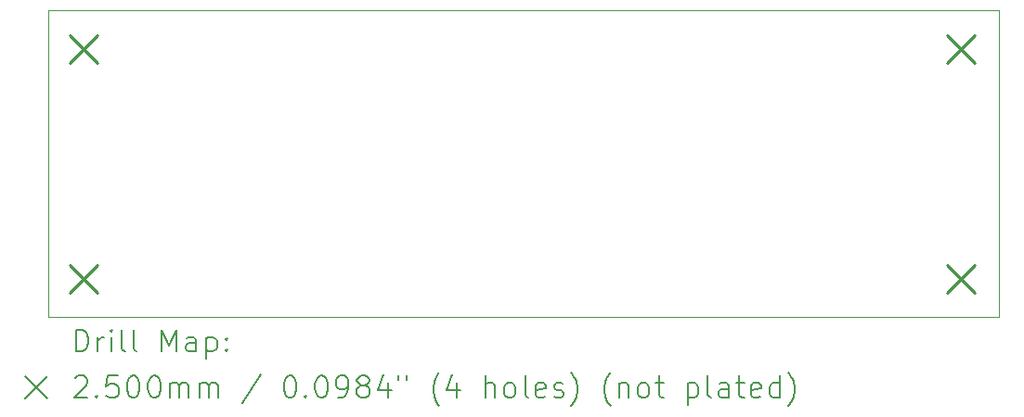
<source format=gbr>
%TF.GenerationSoftware,KiCad,Pcbnew,7.0.6-0*%
%TF.CreationDate,2023-08-27T09:50:55-04:00*%
%TF.ProjectId,edge triggered monostable,65646765-2074-4726-9967-676572656420,1.0*%
%TF.SameCoordinates,Original*%
%TF.FileFunction,Drillmap*%
%TF.FilePolarity,Positive*%
%FSLAX45Y45*%
G04 Gerber Fmt 4.5, Leading zero omitted, Abs format (unit mm)*
G04 Created by KiCad (PCBNEW 7.0.6-0) date 2023-08-27 09:50:55*
%MOMM*%
%LPD*%
G01*
G04 APERTURE LIST*
%ADD10C,0.100000*%
%ADD11C,0.200000*%
%ADD12C,0.250000*%
G04 APERTURE END LIST*
D10*
X8075000Y-11450000D02*
X8250000Y-11450000D01*
X8075000Y-8650000D02*
X8075000Y-11450000D01*
X8250000Y-8650000D02*
X8075000Y-8650000D01*
X16750000Y-8650000D02*
X16450000Y-8650000D01*
X16750000Y-11450000D02*
X16750000Y-8650000D01*
X16450000Y-11450000D02*
X16750000Y-11450000D01*
X16450000Y-11450000D02*
X8250000Y-11450000D01*
X8250000Y-8650000D02*
X16450000Y-8650000D01*
D11*
D12*
X8275000Y-8875000D02*
X8525000Y-9125000D01*
X8525000Y-8875000D02*
X8275000Y-9125000D01*
X8275000Y-10975000D02*
X8525000Y-11225000D01*
X8525000Y-10975000D02*
X8275000Y-11225000D01*
X16275000Y-8875000D02*
X16525000Y-9125000D01*
X16525000Y-8875000D02*
X16275000Y-9125000D01*
X16275000Y-10975000D02*
X16525000Y-11225000D01*
X16525000Y-10975000D02*
X16275000Y-11225000D01*
D11*
X8330777Y-11766484D02*
X8330777Y-11566484D01*
X8330777Y-11566484D02*
X8378396Y-11566484D01*
X8378396Y-11566484D02*
X8406967Y-11576008D01*
X8406967Y-11576008D02*
X8426015Y-11595055D01*
X8426015Y-11595055D02*
X8435539Y-11614103D01*
X8435539Y-11614103D02*
X8445063Y-11652198D01*
X8445063Y-11652198D02*
X8445063Y-11680769D01*
X8445063Y-11680769D02*
X8435539Y-11718865D01*
X8435539Y-11718865D02*
X8426015Y-11737912D01*
X8426015Y-11737912D02*
X8406967Y-11756960D01*
X8406967Y-11756960D02*
X8378396Y-11766484D01*
X8378396Y-11766484D02*
X8330777Y-11766484D01*
X8530777Y-11766484D02*
X8530777Y-11633150D01*
X8530777Y-11671246D02*
X8540301Y-11652198D01*
X8540301Y-11652198D02*
X8549824Y-11642674D01*
X8549824Y-11642674D02*
X8568872Y-11633150D01*
X8568872Y-11633150D02*
X8587920Y-11633150D01*
X8654586Y-11766484D02*
X8654586Y-11633150D01*
X8654586Y-11566484D02*
X8645063Y-11576008D01*
X8645063Y-11576008D02*
X8654586Y-11585531D01*
X8654586Y-11585531D02*
X8664110Y-11576008D01*
X8664110Y-11576008D02*
X8654586Y-11566484D01*
X8654586Y-11566484D02*
X8654586Y-11585531D01*
X8778396Y-11766484D02*
X8759348Y-11756960D01*
X8759348Y-11756960D02*
X8749824Y-11737912D01*
X8749824Y-11737912D02*
X8749824Y-11566484D01*
X8883158Y-11766484D02*
X8864110Y-11756960D01*
X8864110Y-11756960D02*
X8854586Y-11737912D01*
X8854586Y-11737912D02*
X8854586Y-11566484D01*
X9111729Y-11766484D02*
X9111729Y-11566484D01*
X9111729Y-11566484D02*
X9178396Y-11709341D01*
X9178396Y-11709341D02*
X9245063Y-11566484D01*
X9245063Y-11566484D02*
X9245063Y-11766484D01*
X9426015Y-11766484D02*
X9426015Y-11661722D01*
X9426015Y-11661722D02*
X9416491Y-11642674D01*
X9416491Y-11642674D02*
X9397444Y-11633150D01*
X9397444Y-11633150D02*
X9359348Y-11633150D01*
X9359348Y-11633150D02*
X9340301Y-11642674D01*
X9426015Y-11756960D02*
X9406967Y-11766484D01*
X9406967Y-11766484D02*
X9359348Y-11766484D01*
X9359348Y-11766484D02*
X9340301Y-11756960D01*
X9340301Y-11756960D02*
X9330777Y-11737912D01*
X9330777Y-11737912D02*
X9330777Y-11718865D01*
X9330777Y-11718865D02*
X9340301Y-11699817D01*
X9340301Y-11699817D02*
X9359348Y-11690293D01*
X9359348Y-11690293D02*
X9406967Y-11690293D01*
X9406967Y-11690293D02*
X9426015Y-11680769D01*
X9521253Y-11633150D02*
X9521253Y-11833150D01*
X9521253Y-11642674D02*
X9540301Y-11633150D01*
X9540301Y-11633150D02*
X9578396Y-11633150D01*
X9578396Y-11633150D02*
X9597444Y-11642674D01*
X9597444Y-11642674D02*
X9606967Y-11652198D01*
X9606967Y-11652198D02*
X9616491Y-11671246D01*
X9616491Y-11671246D02*
X9616491Y-11728388D01*
X9616491Y-11728388D02*
X9606967Y-11747436D01*
X9606967Y-11747436D02*
X9597444Y-11756960D01*
X9597444Y-11756960D02*
X9578396Y-11766484D01*
X9578396Y-11766484D02*
X9540301Y-11766484D01*
X9540301Y-11766484D02*
X9521253Y-11756960D01*
X9702205Y-11747436D02*
X9711729Y-11756960D01*
X9711729Y-11756960D02*
X9702205Y-11766484D01*
X9702205Y-11766484D02*
X9692682Y-11756960D01*
X9692682Y-11756960D02*
X9702205Y-11747436D01*
X9702205Y-11747436D02*
X9702205Y-11766484D01*
X9702205Y-11642674D02*
X9711729Y-11652198D01*
X9711729Y-11652198D02*
X9702205Y-11661722D01*
X9702205Y-11661722D02*
X9692682Y-11652198D01*
X9692682Y-11652198D02*
X9702205Y-11642674D01*
X9702205Y-11642674D02*
X9702205Y-11661722D01*
X7870000Y-11995000D02*
X8070000Y-12195000D01*
X8070000Y-11995000D02*
X7870000Y-12195000D01*
X8321253Y-12005531D02*
X8330777Y-11996008D01*
X8330777Y-11996008D02*
X8349824Y-11986484D01*
X8349824Y-11986484D02*
X8397444Y-11986484D01*
X8397444Y-11986484D02*
X8416491Y-11996008D01*
X8416491Y-11996008D02*
X8426015Y-12005531D01*
X8426015Y-12005531D02*
X8435539Y-12024579D01*
X8435539Y-12024579D02*
X8435539Y-12043627D01*
X8435539Y-12043627D02*
X8426015Y-12072198D01*
X8426015Y-12072198D02*
X8311729Y-12186484D01*
X8311729Y-12186484D02*
X8435539Y-12186484D01*
X8521253Y-12167436D02*
X8530777Y-12176960D01*
X8530777Y-12176960D02*
X8521253Y-12186484D01*
X8521253Y-12186484D02*
X8511729Y-12176960D01*
X8511729Y-12176960D02*
X8521253Y-12167436D01*
X8521253Y-12167436D02*
X8521253Y-12186484D01*
X8711729Y-11986484D02*
X8616491Y-11986484D01*
X8616491Y-11986484D02*
X8606967Y-12081722D01*
X8606967Y-12081722D02*
X8616491Y-12072198D01*
X8616491Y-12072198D02*
X8635539Y-12062674D01*
X8635539Y-12062674D02*
X8683158Y-12062674D01*
X8683158Y-12062674D02*
X8702205Y-12072198D01*
X8702205Y-12072198D02*
X8711729Y-12081722D01*
X8711729Y-12081722D02*
X8721253Y-12100769D01*
X8721253Y-12100769D02*
X8721253Y-12148388D01*
X8721253Y-12148388D02*
X8711729Y-12167436D01*
X8711729Y-12167436D02*
X8702205Y-12176960D01*
X8702205Y-12176960D02*
X8683158Y-12186484D01*
X8683158Y-12186484D02*
X8635539Y-12186484D01*
X8635539Y-12186484D02*
X8616491Y-12176960D01*
X8616491Y-12176960D02*
X8606967Y-12167436D01*
X8845063Y-11986484D02*
X8864110Y-11986484D01*
X8864110Y-11986484D02*
X8883158Y-11996008D01*
X8883158Y-11996008D02*
X8892682Y-12005531D01*
X8892682Y-12005531D02*
X8902205Y-12024579D01*
X8902205Y-12024579D02*
X8911729Y-12062674D01*
X8911729Y-12062674D02*
X8911729Y-12110293D01*
X8911729Y-12110293D02*
X8902205Y-12148388D01*
X8902205Y-12148388D02*
X8892682Y-12167436D01*
X8892682Y-12167436D02*
X8883158Y-12176960D01*
X8883158Y-12176960D02*
X8864110Y-12186484D01*
X8864110Y-12186484D02*
X8845063Y-12186484D01*
X8845063Y-12186484D02*
X8826015Y-12176960D01*
X8826015Y-12176960D02*
X8816491Y-12167436D01*
X8816491Y-12167436D02*
X8806967Y-12148388D01*
X8806967Y-12148388D02*
X8797444Y-12110293D01*
X8797444Y-12110293D02*
X8797444Y-12062674D01*
X8797444Y-12062674D02*
X8806967Y-12024579D01*
X8806967Y-12024579D02*
X8816491Y-12005531D01*
X8816491Y-12005531D02*
X8826015Y-11996008D01*
X8826015Y-11996008D02*
X8845063Y-11986484D01*
X9035539Y-11986484D02*
X9054586Y-11986484D01*
X9054586Y-11986484D02*
X9073634Y-11996008D01*
X9073634Y-11996008D02*
X9083158Y-12005531D01*
X9083158Y-12005531D02*
X9092682Y-12024579D01*
X9092682Y-12024579D02*
X9102205Y-12062674D01*
X9102205Y-12062674D02*
X9102205Y-12110293D01*
X9102205Y-12110293D02*
X9092682Y-12148388D01*
X9092682Y-12148388D02*
X9083158Y-12167436D01*
X9083158Y-12167436D02*
X9073634Y-12176960D01*
X9073634Y-12176960D02*
X9054586Y-12186484D01*
X9054586Y-12186484D02*
X9035539Y-12186484D01*
X9035539Y-12186484D02*
X9016491Y-12176960D01*
X9016491Y-12176960D02*
X9006967Y-12167436D01*
X9006967Y-12167436D02*
X8997444Y-12148388D01*
X8997444Y-12148388D02*
X8987920Y-12110293D01*
X8987920Y-12110293D02*
X8987920Y-12062674D01*
X8987920Y-12062674D02*
X8997444Y-12024579D01*
X8997444Y-12024579D02*
X9006967Y-12005531D01*
X9006967Y-12005531D02*
X9016491Y-11996008D01*
X9016491Y-11996008D02*
X9035539Y-11986484D01*
X9187920Y-12186484D02*
X9187920Y-12053150D01*
X9187920Y-12072198D02*
X9197444Y-12062674D01*
X9197444Y-12062674D02*
X9216491Y-12053150D01*
X9216491Y-12053150D02*
X9245063Y-12053150D01*
X9245063Y-12053150D02*
X9264110Y-12062674D01*
X9264110Y-12062674D02*
X9273634Y-12081722D01*
X9273634Y-12081722D02*
X9273634Y-12186484D01*
X9273634Y-12081722D02*
X9283158Y-12062674D01*
X9283158Y-12062674D02*
X9302205Y-12053150D01*
X9302205Y-12053150D02*
X9330777Y-12053150D01*
X9330777Y-12053150D02*
X9349825Y-12062674D01*
X9349825Y-12062674D02*
X9359348Y-12081722D01*
X9359348Y-12081722D02*
X9359348Y-12186484D01*
X9454586Y-12186484D02*
X9454586Y-12053150D01*
X9454586Y-12072198D02*
X9464110Y-12062674D01*
X9464110Y-12062674D02*
X9483158Y-12053150D01*
X9483158Y-12053150D02*
X9511729Y-12053150D01*
X9511729Y-12053150D02*
X9530777Y-12062674D01*
X9530777Y-12062674D02*
X9540301Y-12081722D01*
X9540301Y-12081722D02*
X9540301Y-12186484D01*
X9540301Y-12081722D02*
X9549825Y-12062674D01*
X9549825Y-12062674D02*
X9568872Y-12053150D01*
X9568872Y-12053150D02*
X9597444Y-12053150D01*
X9597444Y-12053150D02*
X9616491Y-12062674D01*
X9616491Y-12062674D02*
X9626015Y-12081722D01*
X9626015Y-12081722D02*
X9626015Y-12186484D01*
X10016491Y-11976960D02*
X9845063Y-12234103D01*
X10273634Y-11986484D02*
X10292682Y-11986484D01*
X10292682Y-11986484D02*
X10311729Y-11996008D01*
X10311729Y-11996008D02*
X10321253Y-12005531D01*
X10321253Y-12005531D02*
X10330777Y-12024579D01*
X10330777Y-12024579D02*
X10340301Y-12062674D01*
X10340301Y-12062674D02*
X10340301Y-12110293D01*
X10340301Y-12110293D02*
X10330777Y-12148388D01*
X10330777Y-12148388D02*
X10321253Y-12167436D01*
X10321253Y-12167436D02*
X10311729Y-12176960D01*
X10311729Y-12176960D02*
X10292682Y-12186484D01*
X10292682Y-12186484D02*
X10273634Y-12186484D01*
X10273634Y-12186484D02*
X10254587Y-12176960D01*
X10254587Y-12176960D02*
X10245063Y-12167436D01*
X10245063Y-12167436D02*
X10235539Y-12148388D01*
X10235539Y-12148388D02*
X10226015Y-12110293D01*
X10226015Y-12110293D02*
X10226015Y-12062674D01*
X10226015Y-12062674D02*
X10235539Y-12024579D01*
X10235539Y-12024579D02*
X10245063Y-12005531D01*
X10245063Y-12005531D02*
X10254587Y-11996008D01*
X10254587Y-11996008D02*
X10273634Y-11986484D01*
X10426015Y-12167436D02*
X10435539Y-12176960D01*
X10435539Y-12176960D02*
X10426015Y-12186484D01*
X10426015Y-12186484D02*
X10416491Y-12176960D01*
X10416491Y-12176960D02*
X10426015Y-12167436D01*
X10426015Y-12167436D02*
X10426015Y-12186484D01*
X10559348Y-11986484D02*
X10578396Y-11986484D01*
X10578396Y-11986484D02*
X10597444Y-11996008D01*
X10597444Y-11996008D02*
X10606968Y-12005531D01*
X10606968Y-12005531D02*
X10616491Y-12024579D01*
X10616491Y-12024579D02*
X10626015Y-12062674D01*
X10626015Y-12062674D02*
X10626015Y-12110293D01*
X10626015Y-12110293D02*
X10616491Y-12148388D01*
X10616491Y-12148388D02*
X10606968Y-12167436D01*
X10606968Y-12167436D02*
X10597444Y-12176960D01*
X10597444Y-12176960D02*
X10578396Y-12186484D01*
X10578396Y-12186484D02*
X10559348Y-12186484D01*
X10559348Y-12186484D02*
X10540301Y-12176960D01*
X10540301Y-12176960D02*
X10530777Y-12167436D01*
X10530777Y-12167436D02*
X10521253Y-12148388D01*
X10521253Y-12148388D02*
X10511729Y-12110293D01*
X10511729Y-12110293D02*
X10511729Y-12062674D01*
X10511729Y-12062674D02*
X10521253Y-12024579D01*
X10521253Y-12024579D02*
X10530777Y-12005531D01*
X10530777Y-12005531D02*
X10540301Y-11996008D01*
X10540301Y-11996008D02*
X10559348Y-11986484D01*
X10721253Y-12186484D02*
X10759348Y-12186484D01*
X10759348Y-12186484D02*
X10778396Y-12176960D01*
X10778396Y-12176960D02*
X10787920Y-12167436D01*
X10787920Y-12167436D02*
X10806968Y-12138865D01*
X10806968Y-12138865D02*
X10816491Y-12100769D01*
X10816491Y-12100769D02*
X10816491Y-12024579D01*
X10816491Y-12024579D02*
X10806968Y-12005531D01*
X10806968Y-12005531D02*
X10797444Y-11996008D01*
X10797444Y-11996008D02*
X10778396Y-11986484D01*
X10778396Y-11986484D02*
X10740301Y-11986484D01*
X10740301Y-11986484D02*
X10721253Y-11996008D01*
X10721253Y-11996008D02*
X10711729Y-12005531D01*
X10711729Y-12005531D02*
X10702206Y-12024579D01*
X10702206Y-12024579D02*
X10702206Y-12072198D01*
X10702206Y-12072198D02*
X10711729Y-12091246D01*
X10711729Y-12091246D02*
X10721253Y-12100769D01*
X10721253Y-12100769D02*
X10740301Y-12110293D01*
X10740301Y-12110293D02*
X10778396Y-12110293D01*
X10778396Y-12110293D02*
X10797444Y-12100769D01*
X10797444Y-12100769D02*
X10806968Y-12091246D01*
X10806968Y-12091246D02*
X10816491Y-12072198D01*
X10930777Y-12072198D02*
X10911729Y-12062674D01*
X10911729Y-12062674D02*
X10902206Y-12053150D01*
X10902206Y-12053150D02*
X10892682Y-12034103D01*
X10892682Y-12034103D02*
X10892682Y-12024579D01*
X10892682Y-12024579D02*
X10902206Y-12005531D01*
X10902206Y-12005531D02*
X10911729Y-11996008D01*
X10911729Y-11996008D02*
X10930777Y-11986484D01*
X10930777Y-11986484D02*
X10968872Y-11986484D01*
X10968872Y-11986484D02*
X10987920Y-11996008D01*
X10987920Y-11996008D02*
X10997444Y-12005531D01*
X10997444Y-12005531D02*
X11006968Y-12024579D01*
X11006968Y-12024579D02*
X11006968Y-12034103D01*
X11006968Y-12034103D02*
X10997444Y-12053150D01*
X10997444Y-12053150D02*
X10987920Y-12062674D01*
X10987920Y-12062674D02*
X10968872Y-12072198D01*
X10968872Y-12072198D02*
X10930777Y-12072198D01*
X10930777Y-12072198D02*
X10911729Y-12081722D01*
X10911729Y-12081722D02*
X10902206Y-12091246D01*
X10902206Y-12091246D02*
X10892682Y-12110293D01*
X10892682Y-12110293D02*
X10892682Y-12148388D01*
X10892682Y-12148388D02*
X10902206Y-12167436D01*
X10902206Y-12167436D02*
X10911729Y-12176960D01*
X10911729Y-12176960D02*
X10930777Y-12186484D01*
X10930777Y-12186484D02*
X10968872Y-12186484D01*
X10968872Y-12186484D02*
X10987920Y-12176960D01*
X10987920Y-12176960D02*
X10997444Y-12167436D01*
X10997444Y-12167436D02*
X11006968Y-12148388D01*
X11006968Y-12148388D02*
X11006968Y-12110293D01*
X11006968Y-12110293D02*
X10997444Y-12091246D01*
X10997444Y-12091246D02*
X10987920Y-12081722D01*
X10987920Y-12081722D02*
X10968872Y-12072198D01*
X11178396Y-12053150D02*
X11178396Y-12186484D01*
X11130777Y-11976960D02*
X11083158Y-12119817D01*
X11083158Y-12119817D02*
X11206967Y-12119817D01*
X11273634Y-11986484D02*
X11273634Y-12024579D01*
X11349825Y-11986484D02*
X11349825Y-12024579D01*
X11645063Y-12262674D02*
X11635539Y-12253150D01*
X11635539Y-12253150D02*
X11616491Y-12224579D01*
X11616491Y-12224579D02*
X11606968Y-12205531D01*
X11606968Y-12205531D02*
X11597444Y-12176960D01*
X11597444Y-12176960D02*
X11587920Y-12129341D01*
X11587920Y-12129341D02*
X11587920Y-12091246D01*
X11587920Y-12091246D02*
X11597444Y-12043627D01*
X11597444Y-12043627D02*
X11606968Y-12015055D01*
X11606968Y-12015055D02*
X11616491Y-11996008D01*
X11616491Y-11996008D02*
X11635539Y-11967436D01*
X11635539Y-11967436D02*
X11645063Y-11957912D01*
X11806968Y-12053150D02*
X11806968Y-12186484D01*
X11759348Y-11976960D02*
X11711729Y-12119817D01*
X11711729Y-12119817D02*
X11835539Y-12119817D01*
X12064110Y-12186484D02*
X12064110Y-11986484D01*
X12149825Y-12186484D02*
X12149825Y-12081722D01*
X12149825Y-12081722D02*
X12140301Y-12062674D01*
X12140301Y-12062674D02*
X12121253Y-12053150D01*
X12121253Y-12053150D02*
X12092682Y-12053150D01*
X12092682Y-12053150D02*
X12073634Y-12062674D01*
X12073634Y-12062674D02*
X12064110Y-12072198D01*
X12273634Y-12186484D02*
X12254587Y-12176960D01*
X12254587Y-12176960D02*
X12245063Y-12167436D01*
X12245063Y-12167436D02*
X12235539Y-12148388D01*
X12235539Y-12148388D02*
X12235539Y-12091246D01*
X12235539Y-12091246D02*
X12245063Y-12072198D01*
X12245063Y-12072198D02*
X12254587Y-12062674D01*
X12254587Y-12062674D02*
X12273634Y-12053150D01*
X12273634Y-12053150D02*
X12302206Y-12053150D01*
X12302206Y-12053150D02*
X12321253Y-12062674D01*
X12321253Y-12062674D02*
X12330777Y-12072198D01*
X12330777Y-12072198D02*
X12340301Y-12091246D01*
X12340301Y-12091246D02*
X12340301Y-12148388D01*
X12340301Y-12148388D02*
X12330777Y-12167436D01*
X12330777Y-12167436D02*
X12321253Y-12176960D01*
X12321253Y-12176960D02*
X12302206Y-12186484D01*
X12302206Y-12186484D02*
X12273634Y-12186484D01*
X12454587Y-12186484D02*
X12435539Y-12176960D01*
X12435539Y-12176960D02*
X12426015Y-12157912D01*
X12426015Y-12157912D02*
X12426015Y-11986484D01*
X12606968Y-12176960D02*
X12587920Y-12186484D01*
X12587920Y-12186484D02*
X12549825Y-12186484D01*
X12549825Y-12186484D02*
X12530777Y-12176960D01*
X12530777Y-12176960D02*
X12521253Y-12157912D01*
X12521253Y-12157912D02*
X12521253Y-12081722D01*
X12521253Y-12081722D02*
X12530777Y-12062674D01*
X12530777Y-12062674D02*
X12549825Y-12053150D01*
X12549825Y-12053150D02*
X12587920Y-12053150D01*
X12587920Y-12053150D02*
X12606968Y-12062674D01*
X12606968Y-12062674D02*
X12616491Y-12081722D01*
X12616491Y-12081722D02*
X12616491Y-12100769D01*
X12616491Y-12100769D02*
X12521253Y-12119817D01*
X12692682Y-12176960D02*
X12711730Y-12186484D01*
X12711730Y-12186484D02*
X12749825Y-12186484D01*
X12749825Y-12186484D02*
X12768872Y-12176960D01*
X12768872Y-12176960D02*
X12778396Y-12157912D01*
X12778396Y-12157912D02*
X12778396Y-12148388D01*
X12778396Y-12148388D02*
X12768872Y-12129341D01*
X12768872Y-12129341D02*
X12749825Y-12119817D01*
X12749825Y-12119817D02*
X12721253Y-12119817D01*
X12721253Y-12119817D02*
X12702206Y-12110293D01*
X12702206Y-12110293D02*
X12692682Y-12091246D01*
X12692682Y-12091246D02*
X12692682Y-12081722D01*
X12692682Y-12081722D02*
X12702206Y-12062674D01*
X12702206Y-12062674D02*
X12721253Y-12053150D01*
X12721253Y-12053150D02*
X12749825Y-12053150D01*
X12749825Y-12053150D02*
X12768872Y-12062674D01*
X12845063Y-12262674D02*
X12854587Y-12253150D01*
X12854587Y-12253150D02*
X12873634Y-12224579D01*
X12873634Y-12224579D02*
X12883158Y-12205531D01*
X12883158Y-12205531D02*
X12892682Y-12176960D01*
X12892682Y-12176960D02*
X12902206Y-12129341D01*
X12902206Y-12129341D02*
X12902206Y-12091246D01*
X12902206Y-12091246D02*
X12892682Y-12043627D01*
X12892682Y-12043627D02*
X12883158Y-12015055D01*
X12883158Y-12015055D02*
X12873634Y-11996008D01*
X12873634Y-11996008D02*
X12854587Y-11967436D01*
X12854587Y-11967436D02*
X12845063Y-11957912D01*
X13206968Y-12262674D02*
X13197444Y-12253150D01*
X13197444Y-12253150D02*
X13178396Y-12224579D01*
X13178396Y-12224579D02*
X13168872Y-12205531D01*
X13168872Y-12205531D02*
X13159349Y-12176960D01*
X13159349Y-12176960D02*
X13149825Y-12129341D01*
X13149825Y-12129341D02*
X13149825Y-12091246D01*
X13149825Y-12091246D02*
X13159349Y-12043627D01*
X13159349Y-12043627D02*
X13168872Y-12015055D01*
X13168872Y-12015055D02*
X13178396Y-11996008D01*
X13178396Y-11996008D02*
X13197444Y-11967436D01*
X13197444Y-11967436D02*
X13206968Y-11957912D01*
X13283158Y-12053150D02*
X13283158Y-12186484D01*
X13283158Y-12072198D02*
X13292682Y-12062674D01*
X13292682Y-12062674D02*
X13311730Y-12053150D01*
X13311730Y-12053150D02*
X13340301Y-12053150D01*
X13340301Y-12053150D02*
X13359349Y-12062674D01*
X13359349Y-12062674D02*
X13368872Y-12081722D01*
X13368872Y-12081722D02*
X13368872Y-12186484D01*
X13492682Y-12186484D02*
X13473634Y-12176960D01*
X13473634Y-12176960D02*
X13464111Y-12167436D01*
X13464111Y-12167436D02*
X13454587Y-12148388D01*
X13454587Y-12148388D02*
X13454587Y-12091246D01*
X13454587Y-12091246D02*
X13464111Y-12072198D01*
X13464111Y-12072198D02*
X13473634Y-12062674D01*
X13473634Y-12062674D02*
X13492682Y-12053150D01*
X13492682Y-12053150D02*
X13521253Y-12053150D01*
X13521253Y-12053150D02*
X13540301Y-12062674D01*
X13540301Y-12062674D02*
X13549825Y-12072198D01*
X13549825Y-12072198D02*
X13559349Y-12091246D01*
X13559349Y-12091246D02*
X13559349Y-12148388D01*
X13559349Y-12148388D02*
X13549825Y-12167436D01*
X13549825Y-12167436D02*
X13540301Y-12176960D01*
X13540301Y-12176960D02*
X13521253Y-12186484D01*
X13521253Y-12186484D02*
X13492682Y-12186484D01*
X13616492Y-12053150D02*
X13692682Y-12053150D01*
X13645063Y-11986484D02*
X13645063Y-12157912D01*
X13645063Y-12157912D02*
X13654587Y-12176960D01*
X13654587Y-12176960D02*
X13673634Y-12186484D01*
X13673634Y-12186484D02*
X13692682Y-12186484D01*
X13911730Y-12053150D02*
X13911730Y-12253150D01*
X13911730Y-12062674D02*
X13930777Y-12053150D01*
X13930777Y-12053150D02*
X13968873Y-12053150D01*
X13968873Y-12053150D02*
X13987920Y-12062674D01*
X13987920Y-12062674D02*
X13997444Y-12072198D01*
X13997444Y-12072198D02*
X14006968Y-12091246D01*
X14006968Y-12091246D02*
X14006968Y-12148388D01*
X14006968Y-12148388D02*
X13997444Y-12167436D01*
X13997444Y-12167436D02*
X13987920Y-12176960D01*
X13987920Y-12176960D02*
X13968873Y-12186484D01*
X13968873Y-12186484D02*
X13930777Y-12186484D01*
X13930777Y-12186484D02*
X13911730Y-12176960D01*
X14121253Y-12186484D02*
X14102206Y-12176960D01*
X14102206Y-12176960D02*
X14092682Y-12157912D01*
X14092682Y-12157912D02*
X14092682Y-11986484D01*
X14283158Y-12186484D02*
X14283158Y-12081722D01*
X14283158Y-12081722D02*
X14273634Y-12062674D01*
X14273634Y-12062674D02*
X14254587Y-12053150D01*
X14254587Y-12053150D02*
X14216492Y-12053150D01*
X14216492Y-12053150D02*
X14197444Y-12062674D01*
X14283158Y-12176960D02*
X14264111Y-12186484D01*
X14264111Y-12186484D02*
X14216492Y-12186484D01*
X14216492Y-12186484D02*
X14197444Y-12176960D01*
X14197444Y-12176960D02*
X14187920Y-12157912D01*
X14187920Y-12157912D02*
X14187920Y-12138865D01*
X14187920Y-12138865D02*
X14197444Y-12119817D01*
X14197444Y-12119817D02*
X14216492Y-12110293D01*
X14216492Y-12110293D02*
X14264111Y-12110293D01*
X14264111Y-12110293D02*
X14283158Y-12100769D01*
X14349825Y-12053150D02*
X14426015Y-12053150D01*
X14378396Y-11986484D02*
X14378396Y-12157912D01*
X14378396Y-12157912D02*
X14387920Y-12176960D01*
X14387920Y-12176960D02*
X14406968Y-12186484D01*
X14406968Y-12186484D02*
X14426015Y-12186484D01*
X14568873Y-12176960D02*
X14549825Y-12186484D01*
X14549825Y-12186484D02*
X14511730Y-12186484D01*
X14511730Y-12186484D02*
X14492682Y-12176960D01*
X14492682Y-12176960D02*
X14483158Y-12157912D01*
X14483158Y-12157912D02*
X14483158Y-12081722D01*
X14483158Y-12081722D02*
X14492682Y-12062674D01*
X14492682Y-12062674D02*
X14511730Y-12053150D01*
X14511730Y-12053150D02*
X14549825Y-12053150D01*
X14549825Y-12053150D02*
X14568873Y-12062674D01*
X14568873Y-12062674D02*
X14578396Y-12081722D01*
X14578396Y-12081722D02*
X14578396Y-12100769D01*
X14578396Y-12100769D02*
X14483158Y-12119817D01*
X14749825Y-12186484D02*
X14749825Y-11986484D01*
X14749825Y-12176960D02*
X14730777Y-12186484D01*
X14730777Y-12186484D02*
X14692682Y-12186484D01*
X14692682Y-12186484D02*
X14673634Y-12176960D01*
X14673634Y-12176960D02*
X14664111Y-12167436D01*
X14664111Y-12167436D02*
X14654587Y-12148388D01*
X14654587Y-12148388D02*
X14654587Y-12091246D01*
X14654587Y-12091246D02*
X14664111Y-12072198D01*
X14664111Y-12072198D02*
X14673634Y-12062674D01*
X14673634Y-12062674D02*
X14692682Y-12053150D01*
X14692682Y-12053150D02*
X14730777Y-12053150D01*
X14730777Y-12053150D02*
X14749825Y-12062674D01*
X14826015Y-12262674D02*
X14835539Y-12253150D01*
X14835539Y-12253150D02*
X14854587Y-12224579D01*
X14854587Y-12224579D02*
X14864111Y-12205531D01*
X14864111Y-12205531D02*
X14873634Y-12176960D01*
X14873634Y-12176960D02*
X14883158Y-12129341D01*
X14883158Y-12129341D02*
X14883158Y-12091246D01*
X14883158Y-12091246D02*
X14873634Y-12043627D01*
X14873634Y-12043627D02*
X14864111Y-12015055D01*
X14864111Y-12015055D02*
X14854587Y-11996008D01*
X14854587Y-11996008D02*
X14835539Y-11967436D01*
X14835539Y-11967436D02*
X14826015Y-11957912D01*
M02*

</source>
